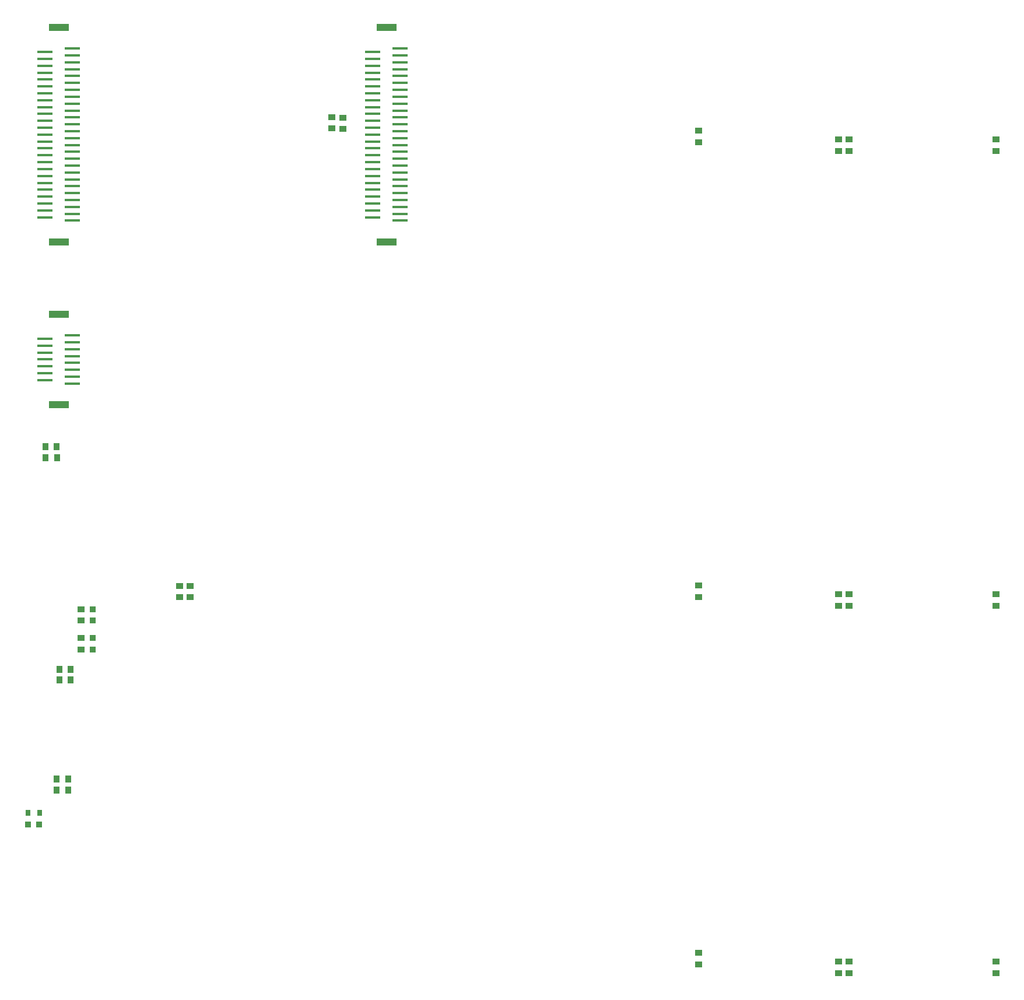
<source format=gtp>
%FSLAX44Y44*%
%MOMM*%
G71*
G01*
G75*
G04 Layer_Color=8421504*
%ADD10R,0.8890X0.9652*%
%ADD11R,0.8000X0.9000*%
%ADD12R,1.0160X0.9400*%
%ADD13R,1.0160X0.9398*%
%ADD14R,0.9400X1.0160*%
%ADD15R,0.9398X1.0160*%
%ADD16R,0.9652X0.8890*%
%ADD17R,2.2000X0.3600*%
%ADD18R,3.0000X1.0000*%
%ADD19C,0.2000*%
%ADD20C,0.2032*%
%ADD21C,0.2540*%
%ADD22C,1.5240*%
%ADD23C,0.5080*%
%ADD24O,1.0160X1.6510*%
%ADD25O,1.4000X3.8000*%
%ADD26O,3.8000X1.4000*%
%ADD27C,1.5240*%
%ADD28R,1.5240X1.5240*%
%ADD29C,1.7780*%
%ADD30C,1.2700*%
%ADD31R,1.2700X1.2700*%
%ADD32C,4.0000*%
%ADD33C,5.0000*%
%ADD34C,0.4000*%
%ADD35C,0.3810*%
%ADD36C,2.0000*%
%ADD37C,0.6350*%
%ADD38C,0.3810*%
%ADD39C,0.1270*%
%ADD40C,0.1524*%
%ADD41C,0.1500*%
%ADD42C,0.2286*%
D10*
X-930910Y-787400D02*
D03*
Y-803910D02*
D03*
Y-745490D02*
D03*
Y-762000D02*
D03*
D11*
X-1007890Y-1041400D02*
D03*
X-1024890D02*
D03*
D12*
X381000Y-1257300D02*
D03*
Y-723900D02*
D03*
Y-63500D02*
D03*
X-50800Y-50800D02*
D03*
Y-711200D02*
D03*
Y-1244600D02*
D03*
X152400Y-63500D02*
D03*
X167640D02*
D03*
Y-723900D02*
D03*
X152400D02*
D03*
Y-1257300D02*
D03*
X167640D02*
D03*
X-947420Y-762000D02*
D03*
Y-787400D02*
D03*
X-583170Y-47730D02*
D03*
X-567170Y-48230D02*
D03*
X-803990Y-711770D02*
D03*
X-788990D02*
D03*
D13*
X381000Y-1273805D02*
D03*
Y-740405D02*
D03*
Y-80005D02*
D03*
X-50800Y-67305D02*
D03*
Y-727705D02*
D03*
Y-1261105D02*
D03*
X152400Y-80005D02*
D03*
X167640D02*
D03*
Y-740405D02*
D03*
X152400D02*
D03*
Y-1273805D02*
D03*
X167640D02*
D03*
X-947420Y-745495D02*
D03*
Y-803905D02*
D03*
X-583170Y-31225D02*
D03*
X-567170Y-31725D02*
D03*
X-803990Y-728275D02*
D03*
X-788990D02*
D03*
D14*
X-979170Y-833120D02*
D03*
Y-848360D02*
D03*
X-982980Y-991870D02*
D03*
Y-1008380D02*
D03*
X-982420Y-525330D02*
D03*
X-982920Y-509830D02*
D03*
D15*
X-962665Y-833120D02*
D03*
Y-848360D02*
D03*
X-966475Y-991870D02*
D03*
Y-1008380D02*
D03*
X-998925Y-525330D02*
D03*
X-999425Y-509830D02*
D03*
D16*
X-1008380Y-1057910D02*
D03*
X-1024890D02*
D03*
D17*
X-1000000Y-176500D02*
D03*
Y-166500D02*
D03*
Y-156500D02*
D03*
Y-146500D02*
D03*
Y-136500D02*
D03*
Y-126500D02*
D03*
Y-116500D02*
D03*
Y-106500D02*
D03*
Y-96500D02*
D03*
Y-86500D02*
D03*
Y23500D02*
D03*
Y33500D02*
D03*
Y43500D02*
D03*
Y53500D02*
D03*
Y63500D02*
D03*
Y13500D02*
D03*
Y3500D02*
D03*
Y-6500D02*
D03*
Y-16500D02*
D03*
Y-26500D02*
D03*
Y-36500D02*
D03*
Y-46500D02*
D03*
Y-56500D02*
D03*
Y-66500D02*
D03*
Y-76500D02*
D03*
X-960000Y68500D02*
D03*
Y58500D02*
D03*
Y48500D02*
D03*
Y38500D02*
D03*
Y28500D02*
D03*
Y-181500D02*
D03*
Y-171500D02*
D03*
Y-161500D02*
D03*
Y-151500D02*
D03*
Y-141500D02*
D03*
Y-131500D02*
D03*
Y-121500D02*
D03*
Y-111500D02*
D03*
Y-101500D02*
D03*
Y-91500D02*
D03*
Y-81500D02*
D03*
Y-71500D02*
D03*
Y-61500D02*
D03*
Y-51500D02*
D03*
Y-41500D02*
D03*
Y-31500D02*
D03*
Y18500D02*
D03*
Y8500D02*
D03*
Y-1500D02*
D03*
Y-11500D02*
D03*
Y-21500D02*
D03*
X-524000Y-176500D02*
D03*
Y-166500D02*
D03*
Y-156500D02*
D03*
Y-146500D02*
D03*
Y-136500D02*
D03*
Y-126500D02*
D03*
Y-116500D02*
D03*
Y-106500D02*
D03*
Y-96500D02*
D03*
Y-86500D02*
D03*
Y23500D02*
D03*
Y33500D02*
D03*
Y43500D02*
D03*
Y53500D02*
D03*
Y63500D02*
D03*
Y13500D02*
D03*
Y3500D02*
D03*
Y-6500D02*
D03*
Y-16500D02*
D03*
Y-26500D02*
D03*
Y-36500D02*
D03*
Y-46500D02*
D03*
Y-56500D02*
D03*
Y-66500D02*
D03*
Y-76500D02*
D03*
X-484000Y68500D02*
D03*
Y58500D02*
D03*
Y48500D02*
D03*
Y38500D02*
D03*
Y28500D02*
D03*
Y-181500D02*
D03*
Y-171500D02*
D03*
Y-161500D02*
D03*
Y-151500D02*
D03*
Y-141500D02*
D03*
Y-131500D02*
D03*
Y-121500D02*
D03*
Y-111500D02*
D03*
Y-101500D02*
D03*
Y-91500D02*
D03*
Y-81500D02*
D03*
Y-71500D02*
D03*
Y-61500D02*
D03*
Y-51500D02*
D03*
Y-41500D02*
D03*
Y-31500D02*
D03*
Y18500D02*
D03*
Y8500D02*
D03*
Y-1500D02*
D03*
Y-11500D02*
D03*
Y-21500D02*
D03*
X-960000Y-418000D02*
D03*
Y-408000D02*
D03*
Y-398000D02*
D03*
Y-388000D02*
D03*
Y-378000D02*
D03*
Y-368000D02*
D03*
Y-358000D02*
D03*
Y-348000D02*
D03*
X-1000000Y-353000D02*
D03*
Y-363000D02*
D03*
Y-373000D02*
D03*
Y-383000D02*
D03*
Y-393000D02*
D03*
Y-403000D02*
D03*
Y-413000D02*
D03*
D18*
X-980000Y99500D02*
D03*
Y-212500D02*
D03*
X-504000Y99500D02*
D03*
Y-212500D02*
D03*
X-980000Y-449000D02*
D03*
X-980000Y-317000D02*
D03*
M02*

</source>
